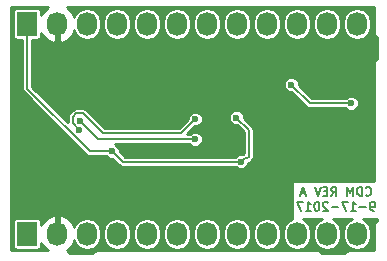
<source format=gbl>
G04 #@! TF.FileFunction,Copper,L2,Bot,Signal*
%FSLAX46Y46*%
G04 Gerber Fmt 4.6, Leading zero omitted, Abs format (unit mm)*
G04 Created by KiCad (PCBNEW 4.0.5+dfsg1-4) date Sun Sep 17 22:55:48 2017*
%MOMM*%
%LPD*%
G01*
G04 APERTURE LIST*
%ADD10C,0.100000*%
%ADD11C,0.150000*%
%ADD12R,1.727200X2.032000*%
%ADD13O,1.727200X2.032000*%
%ADD14C,0.600000*%
%ADD15C,0.203200*%
%ADD16C,0.254000*%
G04 APERTURE END LIST*
D10*
D11*
X136358000Y-91451357D02*
X136393714Y-91487071D01*
X136500857Y-91522786D01*
X136572286Y-91522786D01*
X136679429Y-91487071D01*
X136750857Y-91415643D01*
X136786572Y-91344214D01*
X136822286Y-91201357D01*
X136822286Y-91094214D01*
X136786572Y-90951357D01*
X136750857Y-90879929D01*
X136679429Y-90808500D01*
X136572286Y-90772786D01*
X136500857Y-90772786D01*
X136393714Y-90808500D01*
X136358000Y-90844214D01*
X136036572Y-91522786D02*
X136036572Y-90772786D01*
X135858000Y-90772786D01*
X135750857Y-90808500D01*
X135679429Y-90879929D01*
X135643714Y-90951357D01*
X135608000Y-91094214D01*
X135608000Y-91201357D01*
X135643714Y-91344214D01*
X135679429Y-91415643D01*
X135750857Y-91487071D01*
X135858000Y-91522786D01*
X136036572Y-91522786D01*
X135286572Y-91522786D02*
X135286572Y-90772786D01*
X135036572Y-91308500D01*
X134786572Y-90772786D01*
X134786572Y-91522786D01*
X133429428Y-91522786D02*
X133679428Y-91165643D01*
X133858000Y-91522786D02*
X133858000Y-90772786D01*
X133572285Y-90772786D01*
X133500857Y-90808500D01*
X133465142Y-90844214D01*
X133429428Y-90915643D01*
X133429428Y-91022786D01*
X133465142Y-91094214D01*
X133500857Y-91129929D01*
X133572285Y-91165643D01*
X133858000Y-91165643D01*
X133108000Y-91129929D02*
X132858000Y-91129929D01*
X132750857Y-91522786D02*
X133108000Y-91522786D01*
X133108000Y-90772786D01*
X132750857Y-90772786D01*
X132536571Y-90772786D02*
X132286571Y-91522786D01*
X132036571Y-90772786D01*
X131250857Y-91308500D02*
X130893714Y-91308500D01*
X131322285Y-91522786D02*
X131072285Y-90772786D01*
X130822285Y-91522786D01*
X137072286Y-92797786D02*
X136929429Y-92797786D01*
X136858001Y-92762071D01*
X136822286Y-92726357D01*
X136750858Y-92619214D01*
X136715143Y-92476357D01*
X136715143Y-92190643D01*
X136750858Y-92119214D01*
X136786572Y-92083500D01*
X136858001Y-92047786D01*
X137000858Y-92047786D01*
X137072286Y-92083500D01*
X137108001Y-92119214D01*
X137143715Y-92190643D01*
X137143715Y-92369214D01*
X137108001Y-92440643D01*
X137072286Y-92476357D01*
X137000858Y-92512071D01*
X136858001Y-92512071D01*
X136786572Y-92476357D01*
X136750858Y-92440643D01*
X136715143Y-92369214D01*
X136393715Y-92512071D02*
X135822286Y-92512071D01*
X135072286Y-92797786D02*
X135500858Y-92797786D01*
X135286572Y-92797786D02*
X135286572Y-92047786D01*
X135358001Y-92154929D01*
X135429429Y-92226357D01*
X135500858Y-92262071D01*
X134822286Y-92047786D02*
X134322286Y-92047786D01*
X134643715Y-92797786D01*
X134036572Y-92512071D02*
X133465143Y-92512071D01*
X133143715Y-92119214D02*
X133108001Y-92083500D01*
X133036572Y-92047786D01*
X132858001Y-92047786D01*
X132786572Y-92083500D01*
X132750858Y-92119214D01*
X132715143Y-92190643D01*
X132715143Y-92262071D01*
X132750858Y-92369214D01*
X133179429Y-92797786D01*
X132715143Y-92797786D01*
X132250857Y-92047786D02*
X132179429Y-92047786D01*
X132108000Y-92083500D01*
X132072286Y-92119214D01*
X132036572Y-92190643D01*
X132000857Y-92333500D01*
X132000857Y-92512071D01*
X132036572Y-92654929D01*
X132072286Y-92726357D01*
X132108000Y-92762071D01*
X132179429Y-92797786D01*
X132250857Y-92797786D01*
X132322286Y-92762071D01*
X132358000Y-92726357D01*
X132393715Y-92654929D01*
X132429429Y-92512071D01*
X132429429Y-92333500D01*
X132393715Y-92190643D01*
X132358000Y-92119214D01*
X132322286Y-92083500D01*
X132250857Y-92047786D01*
X131286571Y-92797786D02*
X131715143Y-92797786D01*
X131500857Y-92797786D02*
X131500857Y-92047786D01*
X131572286Y-92154929D01*
X131643714Y-92226357D01*
X131715143Y-92262071D01*
X131036571Y-92047786D02*
X130536571Y-92047786D01*
X130858000Y-92797786D01*
D12*
X107696000Y-76962000D03*
D13*
X110236000Y-76962000D03*
X112776000Y-76962000D03*
X115316000Y-76962000D03*
X117856000Y-76962000D03*
X120396000Y-76962000D03*
X122936000Y-76962000D03*
X125476000Y-76962000D03*
X128016000Y-76962000D03*
X130556000Y-76962000D03*
X133096000Y-76962000D03*
X135636000Y-76962000D03*
D12*
X107696000Y-94742000D03*
D13*
X110236000Y-94742000D03*
X112776000Y-94742000D03*
X115316000Y-94742000D03*
X117856000Y-94742000D03*
X120396000Y-94742000D03*
X122936000Y-94742000D03*
X125476000Y-94742000D03*
X128016000Y-94742000D03*
X130556000Y-94742000D03*
X133096000Y-94742000D03*
X135636000Y-94742000D03*
D14*
X124523500Y-89916000D03*
X135128000Y-86677500D03*
X128883320Y-84689974D03*
X127663561Y-85909733D03*
X128883320Y-87129492D03*
X130103079Y-85909733D03*
X114883500Y-87757000D03*
X125793500Y-88646000D03*
X125412500Y-84899500D03*
X121920000Y-86741000D03*
X112141000Y-85153500D03*
X121920000Y-85026500D03*
X112114943Y-85982760D03*
X135128000Y-83693000D03*
X130048000Y-82105500D03*
D15*
X125793500Y-88646000D02*
X115772500Y-88646000D01*
X115772500Y-88646000D02*
X114883500Y-87757000D01*
X107696000Y-76962000D02*
X107696000Y-82458923D01*
X107696000Y-82458923D02*
X112994077Y-87757000D01*
X112994077Y-87757000D02*
X114883500Y-87757000D01*
X125793500Y-88646000D02*
X126093499Y-88346001D01*
X126093499Y-88346001D02*
X126306329Y-88346001D01*
X126306329Y-88346001D02*
X126450830Y-88201500D01*
X126450830Y-88201500D02*
X126450830Y-85937830D01*
X126450830Y-85937830D02*
X125412500Y-84899500D01*
X112141000Y-85153500D02*
X113728500Y-86741000D01*
X113728500Y-86741000D02*
X121920000Y-86741000D01*
X114109500Y-86233000D02*
X120713500Y-86233000D01*
X120713500Y-86233000D02*
X121920000Y-85026500D01*
X113919000Y-86042500D02*
X114109500Y-86233000D01*
X113919000Y-86036394D02*
X113919000Y-86042500D01*
X112114943Y-85982760D02*
X111536199Y-85404016D01*
X111536199Y-85404016D02*
X111536199Y-84863195D01*
X111536199Y-84863195D02*
X111850695Y-84548699D01*
X112431305Y-84548699D02*
X113919000Y-86036394D01*
X111850695Y-84548699D02*
X112431305Y-84548699D01*
X130048000Y-82105500D02*
X131635500Y-83693000D01*
X131635500Y-83693000D02*
X135128000Y-83693000D01*
D16*
G36*
X109333964Y-75611268D02*
X108944046Y-76047680D01*
X108896269Y-76184265D01*
X108896269Y-75946000D01*
X108873244Y-75823635D01*
X108800927Y-75711251D01*
X108690583Y-75635856D01*
X108559600Y-75609331D01*
X106832400Y-75609331D01*
X106710035Y-75632356D01*
X106597651Y-75704673D01*
X106522256Y-75815017D01*
X106495731Y-75946000D01*
X106495731Y-77978000D01*
X106518756Y-78100365D01*
X106591073Y-78212749D01*
X106701417Y-78288144D01*
X106832400Y-78314669D01*
X107264200Y-78314669D01*
X107264200Y-82458923D01*
X107297069Y-82624166D01*
X107371520Y-82735590D01*
X107390671Y-82764252D01*
X112688746Y-88062326D01*
X112688748Y-88062329D01*
X112828834Y-88155931D01*
X112994077Y-88188800D01*
X114424086Y-88188800D01*
X114526054Y-88290946D01*
X114757596Y-88387090D01*
X114903059Y-88387217D01*
X115467171Y-88951329D01*
X115607257Y-89044931D01*
X115634673Y-89050385D01*
X115772500Y-89077801D01*
X115772505Y-89077800D01*
X125334086Y-89077800D01*
X125436054Y-89179946D01*
X125667596Y-89276090D01*
X125918305Y-89276309D01*
X126150013Y-89180569D01*
X126327446Y-89003446D01*
X126423590Y-88771904D01*
X126423605Y-88754473D01*
X126471572Y-88744932D01*
X126611658Y-88651330D01*
X126756159Y-88506829D01*
X126849761Y-88366743D01*
X126882630Y-88201500D01*
X126882630Y-85937830D01*
X126849761Y-85772587D01*
X126756159Y-85632501D01*
X126756156Y-85632499D01*
X126042683Y-84919025D01*
X126042809Y-84774695D01*
X125947069Y-84542987D01*
X125769946Y-84365554D01*
X125538404Y-84269410D01*
X125287695Y-84269191D01*
X125055987Y-84364931D01*
X124878554Y-84542054D01*
X124782410Y-84773596D01*
X124782191Y-85024305D01*
X124877931Y-85256013D01*
X125055054Y-85433446D01*
X125286596Y-85529590D01*
X125432059Y-85529717D01*
X126019030Y-86116687D01*
X126019030Y-87929013D01*
X125928257Y-87947069D01*
X125928255Y-87947070D01*
X125928256Y-87947070D01*
X125825352Y-88015828D01*
X125668695Y-88015691D01*
X125436987Y-88111431D01*
X125334038Y-88214200D01*
X115951358Y-88214200D01*
X115513683Y-87776525D01*
X115513809Y-87632195D01*
X115418069Y-87400487D01*
X115240946Y-87223054D01*
X115119920Y-87172800D01*
X121460586Y-87172800D01*
X121562554Y-87274946D01*
X121794096Y-87371090D01*
X122044805Y-87371309D01*
X122276513Y-87275569D01*
X122453946Y-87098446D01*
X122550090Y-86866904D01*
X122550309Y-86616195D01*
X122454569Y-86384487D01*
X122277446Y-86207054D01*
X122045904Y-86110910D01*
X121795195Y-86110691D01*
X121563487Y-86206431D01*
X121460538Y-86309200D01*
X121247958Y-86309200D01*
X121900474Y-85656683D01*
X122044805Y-85656809D01*
X122276513Y-85561069D01*
X122453946Y-85383946D01*
X122550090Y-85152404D01*
X122550309Y-84901695D01*
X122454569Y-84669987D01*
X122277446Y-84492554D01*
X122045904Y-84396410D01*
X121795195Y-84396191D01*
X121563487Y-84491931D01*
X121386054Y-84669054D01*
X121289910Y-84900596D01*
X121289783Y-85046060D01*
X120534642Y-85801200D01*
X114288358Y-85801200D01*
X114236624Y-85749466D01*
X114224329Y-85731065D01*
X114224326Y-85731063D01*
X112736634Y-84243370D01*
X112712986Y-84227569D01*
X112596548Y-84149768D01*
X112431305Y-84116899D01*
X111850700Y-84116899D01*
X111850695Y-84116898D01*
X111685453Y-84149767D01*
X111685451Y-84149768D01*
X111685452Y-84149768D01*
X111545366Y-84243370D01*
X111545364Y-84243373D01*
X111230870Y-84557866D01*
X111137268Y-84697952D01*
X111104399Y-84863195D01*
X111104399Y-85256665D01*
X108127800Y-82280065D01*
X108127800Y-82230305D01*
X129417691Y-82230305D01*
X129513431Y-82462013D01*
X129690554Y-82639446D01*
X129922096Y-82735590D01*
X130067559Y-82735717D01*
X131330171Y-83998329D01*
X131470257Y-84091931D01*
X131635500Y-84124800D01*
X134668586Y-84124800D01*
X134770554Y-84226946D01*
X135002096Y-84323090D01*
X135252805Y-84323309D01*
X135484513Y-84227569D01*
X135661946Y-84050446D01*
X135758090Y-83818904D01*
X135758309Y-83568195D01*
X135662569Y-83336487D01*
X135485446Y-83159054D01*
X135253904Y-83062910D01*
X135003195Y-83062691D01*
X134771487Y-83158431D01*
X134668538Y-83261200D01*
X131814358Y-83261200D01*
X130678183Y-82125025D01*
X130678309Y-81980695D01*
X130582569Y-81748987D01*
X130405446Y-81571554D01*
X130173904Y-81475410D01*
X129923195Y-81475191D01*
X129691487Y-81570931D01*
X129514054Y-81748054D01*
X129417910Y-81979596D01*
X129417691Y-82230305D01*
X108127800Y-82230305D01*
X108127800Y-78314669D01*
X108559600Y-78314669D01*
X108681965Y-78291644D01*
X108794349Y-78219327D01*
X108869744Y-78108983D01*
X108896269Y-77978000D01*
X108896269Y-77739735D01*
X108944046Y-77876320D01*
X109333964Y-78312732D01*
X109861209Y-78566709D01*
X109876974Y-78569358D01*
X110109000Y-78448217D01*
X110109000Y-77089000D01*
X110089000Y-77089000D01*
X110089000Y-76835000D01*
X110109000Y-76835000D01*
X110109000Y-76815000D01*
X110363000Y-76815000D01*
X110363000Y-76835000D01*
X110383000Y-76835000D01*
X110383000Y-77089000D01*
X110363000Y-77089000D01*
X110363000Y-78448217D01*
X110595026Y-78569358D01*
X110610791Y-78566709D01*
X111138036Y-78312732D01*
X111527954Y-77876320D01*
X111655806Y-77510815D01*
X111673073Y-77597621D01*
X111931856Y-77984918D01*
X112319153Y-78243701D01*
X112776000Y-78334574D01*
X113232847Y-78243701D01*
X113620144Y-77984918D01*
X113878927Y-77597621D01*
X113969800Y-77140774D01*
X113969800Y-76783226D01*
X114122200Y-76783226D01*
X114122200Y-77140774D01*
X114213073Y-77597621D01*
X114471856Y-77984918D01*
X114859153Y-78243701D01*
X115316000Y-78334574D01*
X115772847Y-78243701D01*
X116160144Y-77984918D01*
X116418927Y-77597621D01*
X116509800Y-77140774D01*
X116509800Y-76783226D01*
X116662200Y-76783226D01*
X116662200Y-77140774D01*
X116753073Y-77597621D01*
X117011856Y-77984918D01*
X117399153Y-78243701D01*
X117856000Y-78334574D01*
X118312847Y-78243701D01*
X118700144Y-77984918D01*
X118958927Y-77597621D01*
X119049800Y-77140774D01*
X119049800Y-76783226D01*
X119202200Y-76783226D01*
X119202200Y-77140774D01*
X119293073Y-77597621D01*
X119551856Y-77984918D01*
X119939153Y-78243701D01*
X120396000Y-78334574D01*
X120852847Y-78243701D01*
X121240144Y-77984918D01*
X121498927Y-77597621D01*
X121589800Y-77140774D01*
X121589800Y-76783226D01*
X121742200Y-76783226D01*
X121742200Y-77140774D01*
X121833073Y-77597621D01*
X122091856Y-77984918D01*
X122479153Y-78243701D01*
X122936000Y-78334574D01*
X123392847Y-78243701D01*
X123780144Y-77984918D01*
X124038927Y-77597621D01*
X124129800Y-77140774D01*
X124129800Y-76783226D01*
X124282200Y-76783226D01*
X124282200Y-77140774D01*
X124373073Y-77597621D01*
X124631856Y-77984918D01*
X125019153Y-78243701D01*
X125476000Y-78334574D01*
X125932847Y-78243701D01*
X126320144Y-77984918D01*
X126578927Y-77597621D01*
X126669800Y-77140774D01*
X126669800Y-76783226D01*
X126822200Y-76783226D01*
X126822200Y-77140774D01*
X126913073Y-77597621D01*
X127171856Y-77984918D01*
X127559153Y-78243701D01*
X128016000Y-78334574D01*
X128472847Y-78243701D01*
X128860144Y-77984918D01*
X129118927Y-77597621D01*
X129209800Y-77140774D01*
X129209800Y-76783226D01*
X129362200Y-76783226D01*
X129362200Y-77140774D01*
X129453073Y-77597621D01*
X129711856Y-77984918D01*
X130099153Y-78243701D01*
X130556000Y-78334574D01*
X131012847Y-78243701D01*
X131400144Y-77984918D01*
X131658927Y-77597621D01*
X131749800Y-77140774D01*
X131749800Y-76783226D01*
X131902200Y-76783226D01*
X131902200Y-77140774D01*
X131993073Y-77597621D01*
X132251856Y-77984918D01*
X132639153Y-78243701D01*
X133096000Y-78334574D01*
X133552847Y-78243701D01*
X133940144Y-77984918D01*
X134198927Y-77597621D01*
X134289800Y-77140774D01*
X134289800Y-76783226D01*
X134442200Y-76783226D01*
X134442200Y-77140774D01*
X134533073Y-77597621D01*
X134791856Y-77984918D01*
X135179153Y-78243701D01*
X135636000Y-78334574D01*
X136092847Y-78243701D01*
X136480144Y-77984918D01*
X136738927Y-77597621D01*
X136829800Y-77140774D01*
X136829800Y-76783226D01*
X136738927Y-76326379D01*
X136480144Y-75939082D01*
X136092847Y-75680299D01*
X135636000Y-75589426D01*
X135179153Y-75680299D01*
X134791856Y-75939082D01*
X134533073Y-76326379D01*
X134442200Y-76783226D01*
X134289800Y-76783226D01*
X134198927Y-76326379D01*
X133940144Y-75939082D01*
X133552847Y-75680299D01*
X133096000Y-75589426D01*
X132639153Y-75680299D01*
X132251856Y-75939082D01*
X131993073Y-76326379D01*
X131902200Y-76783226D01*
X131749800Y-76783226D01*
X131658927Y-76326379D01*
X131400144Y-75939082D01*
X131012847Y-75680299D01*
X130556000Y-75589426D01*
X130099153Y-75680299D01*
X129711856Y-75939082D01*
X129453073Y-76326379D01*
X129362200Y-76783226D01*
X129209800Y-76783226D01*
X129118927Y-76326379D01*
X128860144Y-75939082D01*
X128472847Y-75680299D01*
X128016000Y-75589426D01*
X127559153Y-75680299D01*
X127171856Y-75939082D01*
X126913073Y-76326379D01*
X126822200Y-76783226D01*
X126669800Y-76783226D01*
X126578927Y-76326379D01*
X126320144Y-75939082D01*
X125932847Y-75680299D01*
X125476000Y-75589426D01*
X125019153Y-75680299D01*
X124631856Y-75939082D01*
X124373073Y-76326379D01*
X124282200Y-76783226D01*
X124129800Y-76783226D01*
X124038927Y-76326379D01*
X123780144Y-75939082D01*
X123392847Y-75680299D01*
X122936000Y-75589426D01*
X122479153Y-75680299D01*
X122091856Y-75939082D01*
X121833073Y-76326379D01*
X121742200Y-76783226D01*
X121589800Y-76783226D01*
X121498927Y-76326379D01*
X121240144Y-75939082D01*
X120852847Y-75680299D01*
X120396000Y-75589426D01*
X119939153Y-75680299D01*
X119551856Y-75939082D01*
X119293073Y-76326379D01*
X119202200Y-76783226D01*
X119049800Y-76783226D01*
X118958927Y-76326379D01*
X118700144Y-75939082D01*
X118312847Y-75680299D01*
X117856000Y-75589426D01*
X117399153Y-75680299D01*
X117011856Y-75939082D01*
X116753073Y-76326379D01*
X116662200Y-76783226D01*
X116509800Y-76783226D01*
X116418927Y-76326379D01*
X116160144Y-75939082D01*
X115772847Y-75680299D01*
X115316000Y-75589426D01*
X114859153Y-75680299D01*
X114471856Y-75939082D01*
X114213073Y-76326379D01*
X114122200Y-76783226D01*
X113969800Y-76783226D01*
X113878927Y-76326379D01*
X113620144Y-75939082D01*
X113232847Y-75680299D01*
X112776000Y-75589426D01*
X112319153Y-75680299D01*
X111931856Y-75939082D01*
X111673073Y-76326379D01*
X111655806Y-76413185D01*
X111527954Y-76047680D01*
X111138036Y-75611268D01*
X111040325Y-75564200D01*
X137033800Y-75564200D01*
X137033800Y-77724000D01*
X137062741Y-77869496D01*
X137145158Y-77992842D01*
X137268504Y-78075259D01*
X137299880Y-78081500D01*
X137299880Y-79906500D01*
X137268504Y-79912741D01*
X137145158Y-79995158D01*
X137062741Y-80118504D01*
X137033800Y-80264000D01*
X137033800Y-90253300D01*
X130099228Y-90253300D01*
X130099228Y-93460284D01*
X130099153Y-93460299D01*
X129711856Y-93719082D01*
X129453073Y-94106379D01*
X129362200Y-94563226D01*
X129362200Y-94920774D01*
X129453073Y-95377621D01*
X129711856Y-95764918D01*
X130099153Y-96023701D01*
X130556000Y-96114574D01*
X131012847Y-96023701D01*
X131400144Y-95764918D01*
X131658927Y-95377621D01*
X131749800Y-94920774D01*
X131749800Y-94563226D01*
X131658927Y-94106379D01*
X131400144Y-93719082D01*
X131017937Y-93463700D01*
X132634063Y-93463700D01*
X132251856Y-93719082D01*
X131993073Y-94106379D01*
X131902200Y-94563226D01*
X131902200Y-94920774D01*
X131993073Y-95377621D01*
X132251856Y-95764918D01*
X132639153Y-96023701D01*
X133096000Y-96114574D01*
X133552847Y-96023701D01*
X133940144Y-95764918D01*
X134198927Y-95377621D01*
X134289800Y-94920774D01*
X134289800Y-94563226D01*
X134198927Y-94106379D01*
X133940144Y-93719082D01*
X133557937Y-93463700D01*
X135174063Y-93463700D01*
X134791856Y-93719082D01*
X134533073Y-94106379D01*
X134442200Y-94563226D01*
X134442200Y-94920774D01*
X134533073Y-95377621D01*
X134791856Y-95764918D01*
X135179153Y-96023701D01*
X135636000Y-96114574D01*
X136092847Y-96023701D01*
X136480144Y-95764918D01*
X136738927Y-95377621D01*
X136829800Y-94920774D01*
X136829800Y-94563226D01*
X136738927Y-94106379D01*
X136480144Y-93719082D01*
X136097937Y-93463700D01*
X137299880Y-93463700D01*
X137299880Y-93622500D01*
X137268504Y-93628741D01*
X137145158Y-93711158D01*
X137062741Y-93834504D01*
X137033800Y-93980000D01*
X137033800Y-96139800D01*
X134874000Y-96139800D01*
X134728504Y-96168741D01*
X134605158Y-96251158D01*
X134522741Y-96374504D01*
X134519062Y-96393000D01*
X132688938Y-96393000D01*
X132685259Y-96374504D01*
X132602842Y-96251158D01*
X132479496Y-96168741D01*
X132334000Y-96139800D01*
X113538000Y-96139800D01*
X113392504Y-96168741D01*
X113269158Y-96251158D01*
X113186741Y-96374504D01*
X113183062Y-96393000D01*
X111352938Y-96393000D01*
X111349259Y-96374504D01*
X111266842Y-96251158D01*
X111143496Y-96168741D01*
X111027955Y-96145758D01*
X111138036Y-96092732D01*
X111527954Y-95656320D01*
X111655806Y-95290815D01*
X111673073Y-95377621D01*
X111931856Y-95764918D01*
X112319153Y-96023701D01*
X112776000Y-96114574D01*
X113232847Y-96023701D01*
X113620144Y-95764918D01*
X113878927Y-95377621D01*
X113969800Y-94920774D01*
X113969800Y-94563226D01*
X114122200Y-94563226D01*
X114122200Y-94920774D01*
X114213073Y-95377621D01*
X114471856Y-95764918D01*
X114859153Y-96023701D01*
X115316000Y-96114574D01*
X115772847Y-96023701D01*
X116160144Y-95764918D01*
X116418927Y-95377621D01*
X116509800Y-94920774D01*
X116509800Y-94563226D01*
X116662200Y-94563226D01*
X116662200Y-94920774D01*
X116753073Y-95377621D01*
X117011856Y-95764918D01*
X117399153Y-96023701D01*
X117856000Y-96114574D01*
X118312847Y-96023701D01*
X118700144Y-95764918D01*
X118958927Y-95377621D01*
X119049800Y-94920774D01*
X119049800Y-94563226D01*
X119202200Y-94563226D01*
X119202200Y-94920774D01*
X119293073Y-95377621D01*
X119551856Y-95764918D01*
X119939153Y-96023701D01*
X120396000Y-96114574D01*
X120852847Y-96023701D01*
X121240144Y-95764918D01*
X121498927Y-95377621D01*
X121589800Y-94920774D01*
X121589800Y-94563226D01*
X121742200Y-94563226D01*
X121742200Y-94920774D01*
X121833073Y-95377621D01*
X122091856Y-95764918D01*
X122479153Y-96023701D01*
X122936000Y-96114574D01*
X123392847Y-96023701D01*
X123780144Y-95764918D01*
X124038927Y-95377621D01*
X124129800Y-94920774D01*
X124129800Y-94563226D01*
X124282200Y-94563226D01*
X124282200Y-94920774D01*
X124373073Y-95377621D01*
X124631856Y-95764918D01*
X125019153Y-96023701D01*
X125476000Y-96114574D01*
X125932847Y-96023701D01*
X126320144Y-95764918D01*
X126578927Y-95377621D01*
X126669800Y-94920774D01*
X126669800Y-94563226D01*
X126822200Y-94563226D01*
X126822200Y-94920774D01*
X126913073Y-95377621D01*
X127171856Y-95764918D01*
X127559153Y-96023701D01*
X128016000Y-96114574D01*
X128472847Y-96023701D01*
X128860144Y-95764918D01*
X129118927Y-95377621D01*
X129209800Y-94920774D01*
X129209800Y-94563226D01*
X129118927Y-94106379D01*
X128860144Y-93719082D01*
X128472847Y-93460299D01*
X128016000Y-93369426D01*
X127559153Y-93460299D01*
X127171856Y-93719082D01*
X126913073Y-94106379D01*
X126822200Y-94563226D01*
X126669800Y-94563226D01*
X126578927Y-94106379D01*
X126320144Y-93719082D01*
X125932847Y-93460299D01*
X125476000Y-93369426D01*
X125019153Y-93460299D01*
X124631856Y-93719082D01*
X124373073Y-94106379D01*
X124282200Y-94563226D01*
X124129800Y-94563226D01*
X124038927Y-94106379D01*
X123780144Y-93719082D01*
X123392847Y-93460299D01*
X122936000Y-93369426D01*
X122479153Y-93460299D01*
X122091856Y-93719082D01*
X121833073Y-94106379D01*
X121742200Y-94563226D01*
X121589800Y-94563226D01*
X121498927Y-94106379D01*
X121240144Y-93719082D01*
X120852847Y-93460299D01*
X120396000Y-93369426D01*
X119939153Y-93460299D01*
X119551856Y-93719082D01*
X119293073Y-94106379D01*
X119202200Y-94563226D01*
X119049800Y-94563226D01*
X118958927Y-94106379D01*
X118700144Y-93719082D01*
X118312847Y-93460299D01*
X117856000Y-93369426D01*
X117399153Y-93460299D01*
X117011856Y-93719082D01*
X116753073Y-94106379D01*
X116662200Y-94563226D01*
X116509800Y-94563226D01*
X116418927Y-94106379D01*
X116160144Y-93719082D01*
X115772847Y-93460299D01*
X115316000Y-93369426D01*
X114859153Y-93460299D01*
X114471856Y-93719082D01*
X114213073Y-94106379D01*
X114122200Y-94563226D01*
X113969800Y-94563226D01*
X113878927Y-94106379D01*
X113620144Y-93719082D01*
X113232847Y-93460299D01*
X112776000Y-93369426D01*
X112319153Y-93460299D01*
X111931856Y-93719082D01*
X111673073Y-94106379D01*
X111655806Y-94193185D01*
X111527954Y-93827680D01*
X111138036Y-93391268D01*
X110610791Y-93137291D01*
X110595026Y-93134642D01*
X110363000Y-93255783D01*
X110363000Y-94615000D01*
X110383000Y-94615000D01*
X110383000Y-94869000D01*
X110363000Y-94869000D01*
X110363000Y-94889000D01*
X110109000Y-94889000D01*
X110109000Y-94869000D01*
X110089000Y-94869000D01*
X110089000Y-94615000D01*
X110109000Y-94615000D01*
X110109000Y-93255783D01*
X109876974Y-93134642D01*
X109861209Y-93137291D01*
X109333964Y-93391268D01*
X108944046Y-93827680D01*
X108896269Y-93964265D01*
X108896269Y-93726000D01*
X108873244Y-93603635D01*
X108800927Y-93491251D01*
X108690583Y-93415856D01*
X108559600Y-93389331D01*
X106832400Y-93389331D01*
X106710035Y-93412356D01*
X106597651Y-93484673D01*
X106522256Y-93595017D01*
X106495731Y-93726000D01*
X106495731Y-95758000D01*
X106518756Y-95880365D01*
X106591073Y-95992749D01*
X106701417Y-96068144D01*
X106832400Y-96094669D01*
X108559600Y-96094669D01*
X108681965Y-96071644D01*
X108794349Y-95999327D01*
X108869744Y-95888983D01*
X108896269Y-95758000D01*
X108896269Y-95519735D01*
X108944046Y-95656320D01*
X109333964Y-96092732D01*
X109431675Y-96139800D01*
X106298200Y-96139800D01*
X106298200Y-75564200D01*
X109431675Y-75564200D01*
X109333964Y-75611268D01*
X109333964Y-75611268D01*
G37*
X109333964Y-75611268D02*
X108944046Y-76047680D01*
X108896269Y-76184265D01*
X108896269Y-75946000D01*
X108873244Y-75823635D01*
X108800927Y-75711251D01*
X108690583Y-75635856D01*
X108559600Y-75609331D01*
X106832400Y-75609331D01*
X106710035Y-75632356D01*
X106597651Y-75704673D01*
X106522256Y-75815017D01*
X106495731Y-75946000D01*
X106495731Y-77978000D01*
X106518756Y-78100365D01*
X106591073Y-78212749D01*
X106701417Y-78288144D01*
X106832400Y-78314669D01*
X107264200Y-78314669D01*
X107264200Y-82458923D01*
X107297069Y-82624166D01*
X107371520Y-82735590D01*
X107390671Y-82764252D01*
X112688746Y-88062326D01*
X112688748Y-88062329D01*
X112828834Y-88155931D01*
X112994077Y-88188800D01*
X114424086Y-88188800D01*
X114526054Y-88290946D01*
X114757596Y-88387090D01*
X114903059Y-88387217D01*
X115467171Y-88951329D01*
X115607257Y-89044931D01*
X115634673Y-89050385D01*
X115772500Y-89077801D01*
X115772505Y-89077800D01*
X125334086Y-89077800D01*
X125436054Y-89179946D01*
X125667596Y-89276090D01*
X125918305Y-89276309D01*
X126150013Y-89180569D01*
X126327446Y-89003446D01*
X126423590Y-88771904D01*
X126423605Y-88754473D01*
X126471572Y-88744932D01*
X126611658Y-88651330D01*
X126756159Y-88506829D01*
X126849761Y-88366743D01*
X126882630Y-88201500D01*
X126882630Y-85937830D01*
X126849761Y-85772587D01*
X126756159Y-85632501D01*
X126756156Y-85632499D01*
X126042683Y-84919025D01*
X126042809Y-84774695D01*
X125947069Y-84542987D01*
X125769946Y-84365554D01*
X125538404Y-84269410D01*
X125287695Y-84269191D01*
X125055987Y-84364931D01*
X124878554Y-84542054D01*
X124782410Y-84773596D01*
X124782191Y-85024305D01*
X124877931Y-85256013D01*
X125055054Y-85433446D01*
X125286596Y-85529590D01*
X125432059Y-85529717D01*
X126019030Y-86116687D01*
X126019030Y-87929013D01*
X125928257Y-87947069D01*
X125928255Y-87947070D01*
X125928256Y-87947070D01*
X125825352Y-88015828D01*
X125668695Y-88015691D01*
X125436987Y-88111431D01*
X125334038Y-88214200D01*
X115951358Y-88214200D01*
X115513683Y-87776525D01*
X115513809Y-87632195D01*
X115418069Y-87400487D01*
X115240946Y-87223054D01*
X115119920Y-87172800D01*
X121460586Y-87172800D01*
X121562554Y-87274946D01*
X121794096Y-87371090D01*
X122044805Y-87371309D01*
X122276513Y-87275569D01*
X122453946Y-87098446D01*
X122550090Y-86866904D01*
X122550309Y-86616195D01*
X122454569Y-86384487D01*
X122277446Y-86207054D01*
X122045904Y-86110910D01*
X121795195Y-86110691D01*
X121563487Y-86206431D01*
X121460538Y-86309200D01*
X121247958Y-86309200D01*
X121900474Y-85656683D01*
X122044805Y-85656809D01*
X122276513Y-85561069D01*
X122453946Y-85383946D01*
X122550090Y-85152404D01*
X122550309Y-84901695D01*
X122454569Y-84669987D01*
X122277446Y-84492554D01*
X122045904Y-84396410D01*
X121795195Y-84396191D01*
X121563487Y-84491931D01*
X121386054Y-84669054D01*
X121289910Y-84900596D01*
X121289783Y-85046060D01*
X120534642Y-85801200D01*
X114288358Y-85801200D01*
X114236624Y-85749466D01*
X114224329Y-85731065D01*
X114224326Y-85731063D01*
X112736634Y-84243370D01*
X112712986Y-84227569D01*
X112596548Y-84149768D01*
X112431305Y-84116899D01*
X111850700Y-84116899D01*
X111850695Y-84116898D01*
X111685453Y-84149767D01*
X111685451Y-84149768D01*
X111685452Y-84149768D01*
X111545366Y-84243370D01*
X111545364Y-84243373D01*
X111230870Y-84557866D01*
X111137268Y-84697952D01*
X111104399Y-84863195D01*
X111104399Y-85256665D01*
X108127800Y-82280065D01*
X108127800Y-82230305D01*
X129417691Y-82230305D01*
X129513431Y-82462013D01*
X129690554Y-82639446D01*
X129922096Y-82735590D01*
X130067559Y-82735717D01*
X131330171Y-83998329D01*
X131470257Y-84091931D01*
X131635500Y-84124800D01*
X134668586Y-84124800D01*
X134770554Y-84226946D01*
X135002096Y-84323090D01*
X135252805Y-84323309D01*
X135484513Y-84227569D01*
X135661946Y-84050446D01*
X135758090Y-83818904D01*
X135758309Y-83568195D01*
X135662569Y-83336487D01*
X135485446Y-83159054D01*
X135253904Y-83062910D01*
X135003195Y-83062691D01*
X134771487Y-83158431D01*
X134668538Y-83261200D01*
X131814358Y-83261200D01*
X130678183Y-82125025D01*
X130678309Y-81980695D01*
X130582569Y-81748987D01*
X130405446Y-81571554D01*
X130173904Y-81475410D01*
X129923195Y-81475191D01*
X129691487Y-81570931D01*
X129514054Y-81748054D01*
X129417910Y-81979596D01*
X129417691Y-82230305D01*
X108127800Y-82230305D01*
X108127800Y-78314669D01*
X108559600Y-78314669D01*
X108681965Y-78291644D01*
X108794349Y-78219327D01*
X108869744Y-78108983D01*
X108896269Y-77978000D01*
X108896269Y-77739735D01*
X108944046Y-77876320D01*
X109333964Y-78312732D01*
X109861209Y-78566709D01*
X109876974Y-78569358D01*
X110109000Y-78448217D01*
X110109000Y-77089000D01*
X110089000Y-77089000D01*
X110089000Y-76835000D01*
X110109000Y-76835000D01*
X110109000Y-76815000D01*
X110363000Y-76815000D01*
X110363000Y-76835000D01*
X110383000Y-76835000D01*
X110383000Y-77089000D01*
X110363000Y-77089000D01*
X110363000Y-78448217D01*
X110595026Y-78569358D01*
X110610791Y-78566709D01*
X111138036Y-78312732D01*
X111527954Y-77876320D01*
X111655806Y-77510815D01*
X111673073Y-77597621D01*
X111931856Y-77984918D01*
X112319153Y-78243701D01*
X112776000Y-78334574D01*
X113232847Y-78243701D01*
X113620144Y-77984918D01*
X113878927Y-77597621D01*
X113969800Y-77140774D01*
X113969800Y-76783226D01*
X114122200Y-76783226D01*
X114122200Y-77140774D01*
X114213073Y-77597621D01*
X114471856Y-77984918D01*
X114859153Y-78243701D01*
X115316000Y-78334574D01*
X115772847Y-78243701D01*
X116160144Y-77984918D01*
X116418927Y-77597621D01*
X116509800Y-77140774D01*
X116509800Y-76783226D01*
X116662200Y-76783226D01*
X116662200Y-77140774D01*
X116753073Y-77597621D01*
X117011856Y-77984918D01*
X117399153Y-78243701D01*
X117856000Y-78334574D01*
X118312847Y-78243701D01*
X118700144Y-77984918D01*
X118958927Y-77597621D01*
X119049800Y-77140774D01*
X119049800Y-76783226D01*
X119202200Y-76783226D01*
X119202200Y-77140774D01*
X119293073Y-77597621D01*
X119551856Y-77984918D01*
X119939153Y-78243701D01*
X120396000Y-78334574D01*
X120852847Y-78243701D01*
X121240144Y-77984918D01*
X121498927Y-77597621D01*
X121589800Y-77140774D01*
X121589800Y-76783226D01*
X121742200Y-76783226D01*
X121742200Y-77140774D01*
X121833073Y-77597621D01*
X122091856Y-77984918D01*
X122479153Y-78243701D01*
X122936000Y-78334574D01*
X123392847Y-78243701D01*
X123780144Y-77984918D01*
X124038927Y-77597621D01*
X124129800Y-77140774D01*
X124129800Y-76783226D01*
X124282200Y-76783226D01*
X124282200Y-77140774D01*
X124373073Y-77597621D01*
X124631856Y-77984918D01*
X125019153Y-78243701D01*
X125476000Y-78334574D01*
X125932847Y-78243701D01*
X126320144Y-77984918D01*
X126578927Y-77597621D01*
X126669800Y-77140774D01*
X126669800Y-76783226D01*
X126822200Y-76783226D01*
X126822200Y-77140774D01*
X126913073Y-77597621D01*
X127171856Y-77984918D01*
X127559153Y-78243701D01*
X128016000Y-78334574D01*
X128472847Y-78243701D01*
X128860144Y-77984918D01*
X129118927Y-77597621D01*
X129209800Y-77140774D01*
X129209800Y-76783226D01*
X129362200Y-76783226D01*
X129362200Y-77140774D01*
X129453073Y-77597621D01*
X129711856Y-77984918D01*
X130099153Y-78243701D01*
X130556000Y-78334574D01*
X131012847Y-78243701D01*
X131400144Y-77984918D01*
X131658927Y-77597621D01*
X131749800Y-77140774D01*
X131749800Y-76783226D01*
X131902200Y-76783226D01*
X131902200Y-77140774D01*
X131993073Y-77597621D01*
X132251856Y-77984918D01*
X132639153Y-78243701D01*
X133096000Y-78334574D01*
X133552847Y-78243701D01*
X133940144Y-77984918D01*
X134198927Y-77597621D01*
X134289800Y-77140774D01*
X134289800Y-76783226D01*
X134442200Y-76783226D01*
X134442200Y-77140774D01*
X134533073Y-77597621D01*
X134791856Y-77984918D01*
X135179153Y-78243701D01*
X135636000Y-78334574D01*
X136092847Y-78243701D01*
X136480144Y-77984918D01*
X136738927Y-77597621D01*
X136829800Y-77140774D01*
X136829800Y-76783226D01*
X136738927Y-76326379D01*
X136480144Y-75939082D01*
X136092847Y-75680299D01*
X135636000Y-75589426D01*
X135179153Y-75680299D01*
X134791856Y-75939082D01*
X134533073Y-76326379D01*
X134442200Y-76783226D01*
X134289800Y-76783226D01*
X134198927Y-76326379D01*
X133940144Y-75939082D01*
X133552847Y-75680299D01*
X133096000Y-75589426D01*
X132639153Y-75680299D01*
X132251856Y-75939082D01*
X131993073Y-76326379D01*
X131902200Y-76783226D01*
X131749800Y-76783226D01*
X131658927Y-76326379D01*
X131400144Y-75939082D01*
X131012847Y-75680299D01*
X130556000Y-75589426D01*
X130099153Y-75680299D01*
X129711856Y-75939082D01*
X129453073Y-76326379D01*
X129362200Y-76783226D01*
X129209800Y-76783226D01*
X129118927Y-76326379D01*
X128860144Y-75939082D01*
X128472847Y-75680299D01*
X128016000Y-75589426D01*
X127559153Y-75680299D01*
X127171856Y-75939082D01*
X126913073Y-76326379D01*
X126822200Y-76783226D01*
X126669800Y-76783226D01*
X126578927Y-76326379D01*
X126320144Y-75939082D01*
X125932847Y-75680299D01*
X125476000Y-75589426D01*
X125019153Y-75680299D01*
X124631856Y-75939082D01*
X124373073Y-76326379D01*
X124282200Y-76783226D01*
X124129800Y-76783226D01*
X124038927Y-76326379D01*
X123780144Y-75939082D01*
X123392847Y-75680299D01*
X122936000Y-75589426D01*
X122479153Y-75680299D01*
X122091856Y-75939082D01*
X121833073Y-76326379D01*
X121742200Y-76783226D01*
X121589800Y-76783226D01*
X121498927Y-76326379D01*
X121240144Y-75939082D01*
X120852847Y-75680299D01*
X120396000Y-75589426D01*
X119939153Y-75680299D01*
X119551856Y-75939082D01*
X119293073Y-76326379D01*
X119202200Y-76783226D01*
X119049800Y-76783226D01*
X118958927Y-76326379D01*
X118700144Y-75939082D01*
X118312847Y-75680299D01*
X117856000Y-75589426D01*
X117399153Y-75680299D01*
X117011856Y-75939082D01*
X116753073Y-76326379D01*
X116662200Y-76783226D01*
X116509800Y-76783226D01*
X116418927Y-76326379D01*
X116160144Y-75939082D01*
X115772847Y-75680299D01*
X115316000Y-75589426D01*
X114859153Y-75680299D01*
X114471856Y-75939082D01*
X114213073Y-76326379D01*
X114122200Y-76783226D01*
X113969800Y-76783226D01*
X113878927Y-76326379D01*
X113620144Y-75939082D01*
X113232847Y-75680299D01*
X112776000Y-75589426D01*
X112319153Y-75680299D01*
X111931856Y-75939082D01*
X111673073Y-76326379D01*
X111655806Y-76413185D01*
X111527954Y-76047680D01*
X111138036Y-75611268D01*
X111040325Y-75564200D01*
X137033800Y-75564200D01*
X137033800Y-77724000D01*
X137062741Y-77869496D01*
X137145158Y-77992842D01*
X137268504Y-78075259D01*
X137299880Y-78081500D01*
X137299880Y-79906500D01*
X137268504Y-79912741D01*
X137145158Y-79995158D01*
X137062741Y-80118504D01*
X137033800Y-80264000D01*
X137033800Y-90253300D01*
X130099228Y-90253300D01*
X130099228Y-93460284D01*
X130099153Y-93460299D01*
X129711856Y-93719082D01*
X129453073Y-94106379D01*
X129362200Y-94563226D01*
X129362200Y-94920774D01*
X129453073Y-95377621D01*
X129711856Y-95764918D01*
X130099153Y-96023701D01*
X130556000Y-96114574D01*
X131012847Y-96023701D01*
X131400144Y-95764918D01*
X131658927Y-95377621D01*
X131749800Y-94920774D01*
X131749800Y-94563226D01*
X131658927Y-94106379D01*
X131400144Y-93719082D01*
X131017937Y-93463700D01*
X132634063Y-93463700D01*
X132251856Y-93719082D01*
X131993073Y-94106379D01*
X131902200Y-94563226D01*
X131902200Y-94920774D01*
X131993073Y-95377621D01*
X132251856Y-95764918D01*
X132639153Y-96023701D01*
X133096000Y-96114574D01*
X133552847Y-96023701D01*
X133940144Y-95764918D01*
X134198927Y-95377621D01*
X134289800Y-94920774D01*
X134289800Y-94563226D01*
X134198927Y-94106379D01*
X133940144Y-93719082D01*
X133557937Y-93463700D01*
X135174063Y-93463700D01*
X134791856Y-93719082D01*
X134533073Y-94106379D01*
X134442200Y-94563226D01*
X134442200Y-94920774D01*
X134533073Y-95377621D01*
X134791856Y-95764918D01*
X135179153Y-96023701D01*
X135636000Y-96114574D01*
X136092847Y-96023701D01*
X136480144Y-95764918D01*
X136738927Y-95377621D01*
X136829800Y-94920774D01*
X136829800Y-94563226D01*
X136738927Y-94106379D01*
X136480144Y-93719082D01*
X136097937Y-93463700D01*
X137299880Y-93463700D01*
X137299880Y-93622500D01*
X137268504Y-93628741D01*
X137145158Y-93711158D01*
X137062741Y-93834504D01*
X137033800Y-93980000D01*
X137033800Y-96139800D01*
X134874000Y-96139800D01*
X134728504Y-96168741D01*
X134605158Y-96251158D01*
X134522741Y-96374504D01*
X134519062Y-96393000D01*
X132688938Y-96393000D01*
X132685259Y-96374504D01*
X132602842Y-96251158D01*
X132479496Y-96168741D01*
X132334000Y-96139800D01*
X113538000Y-96139800D01*
X113392504Y-96168741D01*
X113269158Y-96251158D01*
X113186741Y-96374504D01*
X113183062Y-96393000D01*
X111352938Y-96393000D01*
X111349259Y-96374504D01*
X111266842Y-96251158D01*
X111143496Y-96168741D01*
X111027955Y-96145758D01*
X111138036Y-96092732D01*
X111527954Y-95656320D01*
X111655806Y-95290815D01*
X111673073Y-95377621D01*
X111931856Y-95764918D01*
X112319153Y-96023701D01*
X112776000Y-96114574D01*
X113232847Y-96023701D01*
X113620144Y-95764918D01*
X113878927Y-95377621D01*
X113969800Y-94920774D01*
X113969800Y-94563226D01*
X114122200Y-94563226D01*
X114122200Y-94920774D01*
X114213073Y-95377621D01*
X114471856Y-95764918D01*
X114859153Y-96023701D01*
X115316000Y-96114574D01*
X115772847Y-96023701D01*
X116160144Y-95764918D01*
X116418927Y-95377621D01*
X116509800Y-94920774D01*
X116509800Y-94563226D01*
X116662200Y-94563226D01*
X116662200Y-94920774D01*
X116753073Y-95377621D01*
X117011856Y-95764918D01*
X117399153Y-96023701D01*
X117856000Y-96114574D01*
X118312847Y-96023701D01*
X118700144Y-95764918D01*
X118958927Y-95377621D01*
X119049800Y-94920774D01*
X119049800Y-94563226D01*
X119202200Y-94563226D01*
X119202200Y-94920774D01*
X119293073Y-95377621D01*
X119551856Y-95764918D01*
X119939153Y-96023701D01*
X120396000Y-96114574D01*
X120852847Y-96023701D01*
X121240144Y-95764918D01*
X121498927Y-95377621D01*
X121589800Y-94920774D01*
X121589800Y-94563226D01*
X121742200Y-94563226D01*
X121742200Y-94920774D01*
X121833073Y-95377621D01*
X122091856Y-95764918D01*
X122479153Y-96023701D01*
X122936000Y-96114574D01*
X123392847Y-96023701D01*
X123780144Y-95764918D01*
X124038927Y-95377621D01*
X124129800Y-94920774D01*
X124129800Y-94563226D01*
X124282200Y-94563226D01*
X124282200Y-94920774D01*
X124373073Y-95377621D01*
X124631856Y-95764918D01*
X125019153Y-96023701D01*
X125476000Y-96114574D01*
X125932847Y-96023701D01*
X126320144Y-95764918D01*
X126578927Y-95377621D01*
X126669800Y-94920774D01*
X126669800Y-94563226D01*
X126822200Y-94563226D01*
X126822200Y-94920774D01*
X126913073Y-95377621D01*
X127171856Y-95764918D01*
X127559153Y-96023701D01*
X128016000Y-96114574D01*
X128472847Y-96023701D01*
X128860144Y-95764918D01*
X129118927Y-95377621D01*
X129209800Y-94920774D01*
X129209800Y-94563226D01*
X129118927Y-94106379D01*
X128860144Y-93719082D01*
X128472847Y-93460299D01*
X128016000Y-93369426D01*
X127559153Y-93460299D01*
X127171856Y-93719082D01*
X126913073Y-94106379D01*
X126822200Y-94563226D01*
X126669800Y-94563226D01*
X126578927Y-94106379D01*
X126320144Y-93719082D01*
X125932847Y-93460299D01*
X125476000Y-93369426D01*
X125019153Y-93460299D01*
X124631856Y-93719082D01*
X124373073Y-94106379D01*
X124282200Y-94563226D01*
X124129800Y-94563226D01*
X124038927Y-94106379D01*
X123780144Y-93719082D01*
X123392847Y-93460299D01*
X122936000Y-93369426D01*
X122479153Y-93460299D01*
X122091856Y-93719082D01*
X121833073Y-94106379D01*
X121742200Y-94563226D01*
X121589800Y-94563226D01*
X121498927Y-94106379D01*
X121240144Y-93719082D01*
X120852847Y-93460299D01*
X120396000Y-93369426D01*
X119939153Y-93460299D01*
X119551856Y-93719082D01*
X119293073Y-94106379D01*
X119202200Y-94563226D01*
X119049800Y-94563226D01*
X118958927Y-94106379D01*
X118700144Y-93719082D01*
X118312847Y-93460299D01*
X117856000Y-93369426D01*
X117399153Y-93460299D01*
X117011856Y-93719082D01*
X116753073Y-94106379D01*
X116662200Y-94563226D01*
X116509800Y-94563226D01*
X116418927Y-94106379D01*
X116160144Y-93719082D01*
X115772847Y-93460299D01*
X115316000Y-93369426D01*
X114859153Y-93460299D01*
X114471856Y-93719082D01*
X114213073Y-94106379D01*
X114122200Y-94563226D01*
X113969800Y-94563226D01*
X113878927Y-94106379D01*
X113620144Y-93719082D01*
X113232847Y-93460299D01*
X112776000Y-93369426D01*
X112319153Y-93460299D01*
X111931856Y-93719082D01*
X111673073Y-94106379D01*
X111655806Y-94193185D01*
X111527954Y-93827680D01*
X111138036Y-93391268D01*
X110610791Y-93137291D01*
X110595026Y-93134642D01*
X110363000Y-93255783D01*
X110363000Y-94615000D01*
X110383000Y-94615000D01*
X110383000Y-94869000D01*
X110363000Y-94869000D01*
X110363000Y-94889000D01*
X110109000Y-94889000D01*
X110109000Y-94869000D01*
X110089000Y-94869000D01*
X110089000Y-94615000D01*
X110109000Y-94615000D01*
X110109000Y-93255783D01*
X109876974Y-93134642D01*
X109861209Y-93137291D01*
X109333964Y-93391268D01*
X108944046Y-93827680D01*
X108896269Y-93964265D01*
X108896269Y-93726000D01*
X108873244Y-93603635D01*
X108800927Y-93491251D01*
X108690583Y-93415856D01*
X108559600Y-93389331D01*
X106832400Y-93389331D01*
X106710035Y-93412356D01*
X106597651Y-93484673D01*
X106522256Y-93595017D01*
X106495731Y-93726000D01*
X106495731Y-95758000D01*
X106518756Y-95880365D01*
X106591073Y-95992749D01*
X106701417Y-96068144D01*
X106832400Y-96094669D01*
X108559600Y-96094669D01*
X108681965Y-96071644D01*
X108794349Y-95999327D01*
X108869744Y-95888983D01*
X108896269Y-95758000D01*
X108896269Y-95519735D01*
X108944046Y-95656320D01*
X109333964Y-96092732D01*
X109431675Y-96139800D01*
X106298200Y-96139800D01*
X106298200Y-75564200D01*
X109431675Y-75564200D01*
X109333964Y-75611268D01*
M02*

</source>
